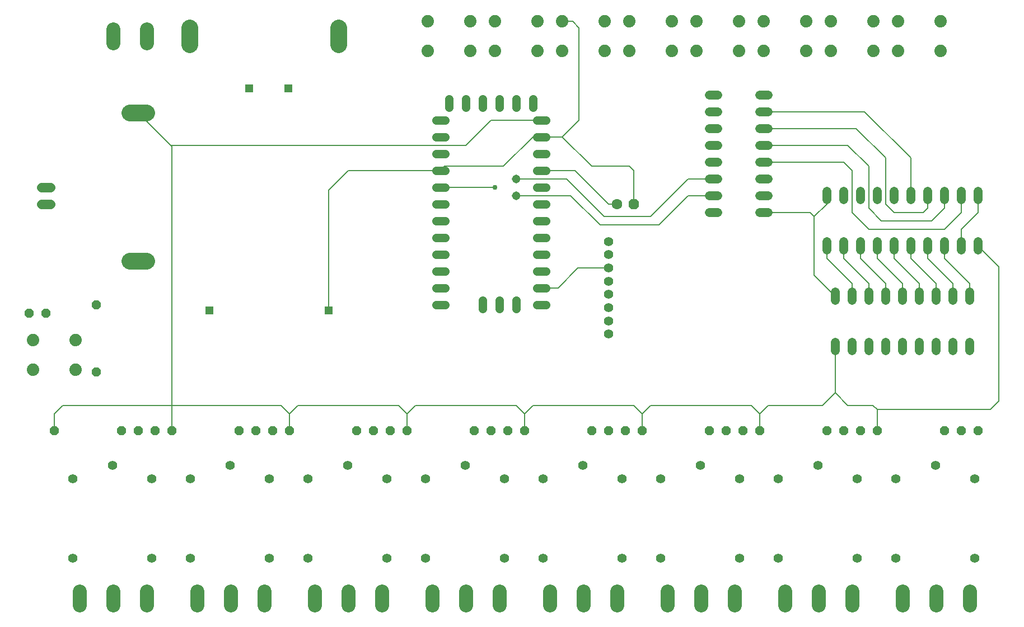
<source format=gbr>
G04 EAGLE Gerber RS-274X export*
G75*
%MOMM*%
%FSLAX34Y34*%
%LPD*%
%INTop Copper*%
%IPPOS*%
%AMOC8*
5,1,8,0,0,1.08239X$1,22.5*%
G01*
%ADD10P,1.732040X8X22.500000*%
%ADD11C,1.600200*%
%ADD12C,1.879600*%
%ADD13C,2.540000*%
%ADD14C,1.320800*%
%ADD15P,1.429621X8X202.500000*%
%ADD16P,1.429621X8X22.500000*%
%ADD17P,1.429621X8X292.500000*%
%ADD18C,1.422400*%
%ADD19C,1.422400*%
%ADD20C,1.408000*%
%ADD21C,1.308000*%
%ADD22C,1.308000*%
%ADD23R,1.308000X1.308000*%
%ADD24C,2.095500*%
%ADD25C,0.152400*%
%ADD26C,0.756400*%


D10*
X965200Y673100D03*
D11*
X939800Y673100D03*
D12*
X121412Y421894D03*
X56388Y421894D03*
X121412Y467106D03*
X56388Y467106D03*
D13*
X293878Y914400D02*
X293878Y939800D01*
X518922Y939800D02*
X518922Y914400D01*
X228600Y585978D02*
X203200Y585978D01*
X203200Y811022D02*
X228600Y811022D01*
D14*
X1473200Y540004D02*
X1473200Y526796D01*
X1447800Y526796D02*
X1447800Y540004D01*
X1320800Y540004D02*
X1320800Y526796D01*
X1295400Y526796D02*
X1295400Y540004D01*
X1422400Y540004D02*
X1422400Y526796D01*
X1397000Y526796D02*
X1397000Y540004D01*
X1346200Y540004D02*
X1346200Y526796D01*
X1371600Y526796D02*
X1371600Y540004D01*
X1270000Y540004D02*
X1270000Y526796D01*
X1270000Y463804D02*
X1270000Y450596D01*
X1295400Y450596D02*
X1295400Y463804D01*
X1320800Y463804D02*
X1320800Y450596D01*
X1346200Y450596D02*
X1346200Y463804D01*
X1371600Y463804D02*
X1371600Y450596D01*
X1397000Y450596D02*
X1397000Y463804D01*
X1422400Y463804D02*
X1422400Y450596D01*
X1447800Y450596D02*
X1447800Y463804D01*
X1473200Y463804D02*
X1473200Y450596D01*
D15*
X1485900Y330200D03*
X1460500Y330200D03*
X1308100Y330200D03*
X1282700Y330200D03*
X1130300Y330200D03*
X1104900Y330200D03*
X952500Y330200D03*
X927100Y330200D03*
D16*
X50800Y508000D03*
X76200Y508000D03*
D15*
X774700Y330200D03*
X749300Y330200D03*
X596900Y330200D03*
X571500Y330200D03*
X419100Y330200D03*
X393700Y330200D03*
X241300Y330200D03*
X215900Y330200D03*
X1435100Y330200D03*
X1333500Y330200D03*
X1257300Y330200D03*
X1155700Y330200D03*
X1079500Y330200D03*
X977900Y330200D03*
X901700Y330200D03*
X800100Y330200D03*
D17*
X152400Y520700D03*
X152400Y419100D03*
D15*
X723900Y330200D03*
X622300Y330200D03*
X546100Y330200D03*
X444500Y330200D03*
X368300Y330200D03*
X266700Y330200D03*
X190500Y330200D03*
X88900Y330200D03*
D12*
X653288Y949706D03*
X718312Y949706D03*
X653288Y904494D03*
X718312Y904494D03*
X754888Y949706D03*
X819912Y949706D03*
X754888Y904494D03*
X819912Y904494D03*
X856488Y949706D03*
X921512Y949706D03*
X856488Y904494D03*
X921512Y904494D03*
X958088Y949706D03*
X1023112Y949706D03*
X958088Y904494D03*
X1023112Y904494D03*
X1059688Y949706D03*
X1124712Y949706D03*
X1059688Y904494D03*
X1124712Y904494D03*
X1161288Y949706D03*
X1226312Y949706D03*
X1161288Y904494D03*
X1226312Y904494D03*
X1262888Y949706D03*
X1327912Y949706D03*
X1262888Y904494D03*
X1327912Y904494D03*
X1364488Y949706D03*
X1429512Y949706D03*
X1364488Y904494D03*
X1429512Y904494D03*
D18*
X83312Y673100D02*
X69088Y673100D01*
X69088Y698500D02*
X83312Y698500D01*
D19*
X927100Y616100D03*
X927100Y596100D03*
X927100Y576100D03*
X927100Y556100D03*
X927100Y536100D03*
X927100Y516100D03*
X927100Y496100D03*
X927100Y476100D03*
D20*
X294400Y137100D03*
X414400Y257100D03*
X354400Y277100D03*
X414400Y137100D03*
X294400Y257100D03*
X116600Y137100D03*
X236600Y257100D03*
X176600Y277100D03*
X236600Y137100D03*
X116600Y257100D03*
D14*
X1155446Y660400D02*
X1168654Y660400D01*
X1168654Y685800D02*
X1155446Y685800D01*
X1155446Y812800D02*
X1168654Y812800D01*
X1168654Y838200D02*
X1155446Y838200D01*
X1155446Y711200D02*
X1168654Y711200D01*
X1168654Y736600D02*
X1155446Y736600D01*
X1155446Y787400D02*
X1168654Y787400D01*
X1168654Y762000D02*
X1155446Y762000D01*
X1092454Y838200D02*
X1079246Y838200D01*
X1079246Y812800D02*
X1092454Y812800D01*
X1092454Y787400D02*
X1079246Y787400D01*
X1079246Y762000D02*
X1092454Y762000D01*
X1092454Y736600D02*
X1079246Y736600D01*
X1079246Y711200D02*
X1092454Y711200D01*
X1092454Y685800D02*
X1079246Y685800D01*
X1079246Y660400D02*
X1092454Y660400D01*
D21*
X685800Y818960D02*
X685800Y832040D01*
X711200Y832040D02*
X711200Y818960D01*
X736600Y818960D02*
X736600Y832040D01*
X762000Y832040D02*
X762000Y818960D01*
X787400Y818960D02*
X787400Y832040D01*
X812800Y832040D02*
X812800Y818960D01*
X679640Y800100D02*
X666560Y800100D01*
X666560Y774700D02*
X679640Y774700D01*
X679640Y749300D02*
X666560Y749300D01*
X666560Y723900D02*
X679640Y723900D01*
X679640Y698500D02*
X666560Y698500D01*
X666560Y673100D02*
X679640Y673100D01*
X679640Y647700D02*
X666560Y647700D01*
X666560Y622300D02*
X679640Y622300D01*
X679640Y596900D02*
X666560Y596900D01*
X666560Y571500D02*
X679640Y571500D01*
X679640Y546100D02*
X666560Y546100D01*
X666560Y520700D02*
X679640Y520700D01*
X818960Y800100D02*
X832040Y800100D01*
X832040Y774700D02*
X818960Y774700D01*
X818960Y749300D02*
X832040Y749300D01*
X832040Y723900D02*
X818960Y723900D01*
X818960Y698500D02*
X832040Y698500D01*
X832040Y673100D02*
X818960Y673100D01*
X818960Y647700D02*
X832040Y647700D01*
X832040Y622300D02*
X818960Y622300D01*
X818960Y596900D02*
X832040Y596900D01*
X832040Y571500D02*
X818960Y571500D01*
X818960Y546100D02*
X832040Y546100D01*
X832040Y520700D02*
X818960Y520700D01*
X787400Y527240D02*
X787400Y514160D01*
X762000Y514160D02*
X762000Y527240D01*
X736600Y527240D02*
X736600Y514160D01*
D22*
X787400Y711200D03*
X787400Y685800D03*
D23*
X383450Y847950D03*
X442450Y847950D03*
X503450Y511950D03*
X323450Y511950D03*
D20*
X1361200Y137100D03*
X1481200Y257100D03*
X1421200Y277100D03*
X1481200Y137100D03*
X1361200Y257100D03*
X1183400Y137100D03*
X1303400Y257100D03*
X1243400Y277100D03*
X1303400Y137100D03*
X1183400Y257100D03*
X1005600Y137100D03*
X1125600Y257100D03*
X1065600Y277100D03*
X1125600Y137100D03*
X1005600Y257100D03*
X827800Y137100D03*
X947800Y257100D03*
X887800Y277100D03*
X947800Y137100D03*
X827800Y257100D03*
X650000Y137100D03*
X770000Y257100D03*
X710000Y277100D03*
X770000Y137100D03*
X650000Y257100D03*
X472200Y137100D03*
X592200Y257100D03*
X532200Y277100D03*
X592200Y137100D03*
X472200Y257100D03*
D24*
X228600Y916623D02*
X228600Y937578D01*
X177800Y937578D02*
X177800Y916623D01*
X1371600Y86678D02*
X1371600Y65723D01*
X1422400Y65723D02*
X1422400Y86678D01*
X1473200Y86678D02*
X1473200Y65723D01*
X1193800Y65723D02*
X1193800Y86678D01*
X1244600Y86678D02*
X1244600Y65723D01*
X1295400Y65723D02*
X1295400Y86678D01*
X1016000Y86678D02*
X1016000Y65723D01*
X1066800Y65723D02*
X1066800Y86678D01*
X1117600Y86678D02*
X1117600Y65723D01*
X838200Y65723D02*
X838200Y86678D01*
X889000Y86678D02*
X889000Y65723D01*
X939800Y65723D02*
X939800Y86678D01*
X660400Y86678D02*
X660400Y65723D01*
X711200Y65723D02*
X711200Y86678D01*
X762000Y86678D02*
X762000Y65723D01*
X482600Y65723D02*
X482600Y86678D01*
X533400Y86678D02*
X533400Y65723D01*
X584200Y65723D02*
X584200Y86678D01*
X304800Y86678D02*
X304800Y65723D01*
X355600Y65723D02*
X355600Y86678D01*
X406400Y86678D02*
X406400Y65723D01*
X127000Y65723D02*
X127000Y86678D01*
X177800Y86678D02*
X177800Y65723D01*
X228600Y65723D02*
X228600Y86678D01*
D14*
X1485900Y679196D02*
X1485900Y692404D01*
X1460500Y692404D02*
X1460500Y679196D01*
X1333500Y679196D02*
X1333500Y692404D01*
X1308100Y692404D02*
X1308100Y679196D01*
X1435100Y679196D02*
X1435100Y692404D01*
X1409700Y692404D02*
X1409700Y679196D01*
X1358900Y679196D02*
X1358900Y692404D01*
X1384300Y692404D02*
X1384300Y679196D01*
X1282700Y679196D02*
X1282700Y692404D01*
X1257300Y692404D02*
X1257300Y679196D01*
X1257300Y616204D02*
X1257300Y602996D01*
X1282700Y602996D02*
X1282700Y616204D01*
X1308100Y616204D02*
X1308100Y602996D01*
X1333500Y602996D02*
X1333500Y616204D01*
X1358900Y616204D02*
X1358900Y602996D01*
X1384300Y602996D02*
X1384300Y616204D01*
X1409700Y616204D02*
X1409700Y602996D01*
X1435100Y602996D02*
X1435100Y616204D01*
X1460500Y616204D02*
X1460500Y602996D01*
X1485900Y602996D02*
X1485900Y616204D01*
D25*
X503450Y693950D02*
X503450Y511950D01*
X503450Y693950D02*
X533400Y723900D01*
X673100Y723900D01*
X679450Y730250D01*
X768350Y730250D01*
X812800Y774700D01*
X825500Y774700D01*
X857250Y774700D01*
X882650Y800100D01*
X882650Y939800D01*
X872744Y949706D01*
X856488Y949706D01*
X857250Y774700D02*
X901700Y730250D01*
X958850Y730250D01*
X965200Y723900D01*
X965200Y673100D01*
X927900Y596900D02*
X927100Y596100D01*
X1460500Y609600D02*
X1460500Y635000D01*
X1485900Y660400D01*
X1485900Y685800D01*
X1270000Y533400D02*
X1238250Y565150D01*
X1257300Y673100D02*
X1257300Y685800D01*
X1238250Y654050D02*
X1238250Y565150D01*
X1238250Y654050D02*
X1257300Y673100D01*
X1231900Y660400D02*
X1162050Y660400D01*
X1231900Y660400D02*
X1238250Y654050D01*
X266700Y760222D02*
X215900Y811022D01*
X266700Y760222D02*
X266700Y368300D01*
X266700Y330200D01*
X1270000Y387350D02*
X1270000Y457200D01*
X1289050Y368300D02*
X1327150Y368300D01*
X1333500Y361950D01*
X1333500Y330200D01*
X1289050Y368300D02*
X1270000Y387350D01*
X264922Y762000D02*
X215900Y811022D01*
X711200Y762000D02*
X749300Y800100D01*
X825500Y800100D01*
X711200Y762000D02*
X264922Y762000D01*
X1250950Y368300D02*
X1270000Y387350D01*
X1250950Y368300D02*
X1168400Y368300D01*
X1155700Y355600D01*
X1155700Y330200D01*
X1155700Y355600D02*
X1143000Y368300D01*
X990600Y368300D01*
X977900Y355600D01*
X88900Y355600D02*
X88900Y330200D01*
X88900Y355600D02*
X101600Y368300D01*
X266700Y368300D01*
X431800Y368300D02*
X444500Y355600D01*
X431800Y368300D02*
X266700Y368300D01*
X444500Y355600D02*
X444500Y330200D01*
X444500Y355600D02*
X457200Y368300D01*
X609600Y368300D01*
X622300Y355600D01*
X622300Y330200D01*
X977900Y330200D02*
X977900Y355600D01*
X965200Y368300D01*
X812800Y368300D01*
X787400Y368300D02*
X635000Y368300D01*
X622300Y355600D01*
X800100Y349250D02*
X800100Y330200D01*
X800100Y355600D02*
X812800Y368300D01*
X800100Y355600D02*
X787400Y368300D01*
X800100Y355600D02*
X800100Y330200D01*
X1485900Y609600D02*
X1517650Y577850D01*
X1517650Y374650D01*
X1504950Y361950D01*
X1333500Y361950D01*
D26*
X755650Y698500D03*
D25*
X673100Y698500D01*
X825500Y546100D02*
X850900Y546100D01*
X880900Y576100D01*
X927100Y576100D01*
X1435100Y590550D02*
X1435100Y609600D01*
X1435100Y590550D02*
X1473200Y552450D01*
X1473200Y533400D01*
X1409700Y590550D02*
X1409700Y609600D01*
X1409700Y590550D02*
X1447800Y552450D01*
X1447800Y533400D01*
X1384300Y590550D02*
X1384300Y609600D01*
X1384300Y590550D02*
X1422400Y552450D01*
X1422400Y533400D01*
X1358900Y590550D02*
X1358900Y609600D01*
X1358900Y590550D02*
X1397000Y552450D01*
X1397000Y533400D01*
X1333500Y590550D02*
X1333500Y609600D01*
X1333500Y590550D02*
X1371600Y552450D01*
X1371600Y533400D01*
X1308100Y590550D02*
X1308100Y609600D01*
X1308100Y590550D02*
X1346200Y552450D01*
X1346200Y533400D01*
X1282700Y590550D02*
X1282700Y609600D01*
X1282700Y590550D02*
X1320800Y552450D01*
X1320800Y533400D01*
X1257300Y590550D02*
X1257300Y609600D01*
X1257300Y590550D02*
X1295400Y552450D01*
X1295400Y533400D01*
X869950Y685800D02*
X787400Y685800D01*
X869950Y685800D02*
X914400Y641350D01*
X1003300Y641350D01*
X1047750Y685800D02*
X1085850Y685800D01*
X1047750Y685800D02*
X1003300Y641350D01*
X863600Y711200D02*
X787400Y711200D01*
X863600Y711200D02*
X920750Y654050D01*
X990600Y654050D01*
X1047750Y711200D01*
X1085850Y711200D01*
X876300Y723900D02*
X825500Y723900D01*
X876300Y723900D02*
X927100Y673100D01*
X939800Y673100D01*
X1162050Y736600D02*
X1282700Y736600D01*
X1295400Y723900D01*
X1295400Y660400D01*
X1320800Y635000D01*
X1435100Y635000D01*
X1460500Y660400D01*
X1460500Y685800D01*
X1289050Y762000D02*
X1162050Y762000D01*
X1289050Y762000D02*
X1320800Y730250D01*
X1320800Y666750D01*
X1339850Y647700D01*
X1416050Y647700D02*
X1435100Y666750D01*
X1435100Y685800D01*
X1416050Y647700D02*
X1339850Y647700D01*
X1301750Y787400D02*
X1162050Y787400D01*
X1301750Y787400D02*
X1346200Y742950D01*
X1346200Y673100D02*
X1358900Y660400D01*
X1403350Y660400D01*
X1409700Y666750D01*
X1409700Y685800D01*
X1346200Y673100D02*
X1346200Y742950D01*
X1314450Y812800D02*
X1162050Y812800D01*
X1314450Y812800D02*
X1384300Y742950D01*
X1384300Y685800D01*
M02*

</source>
